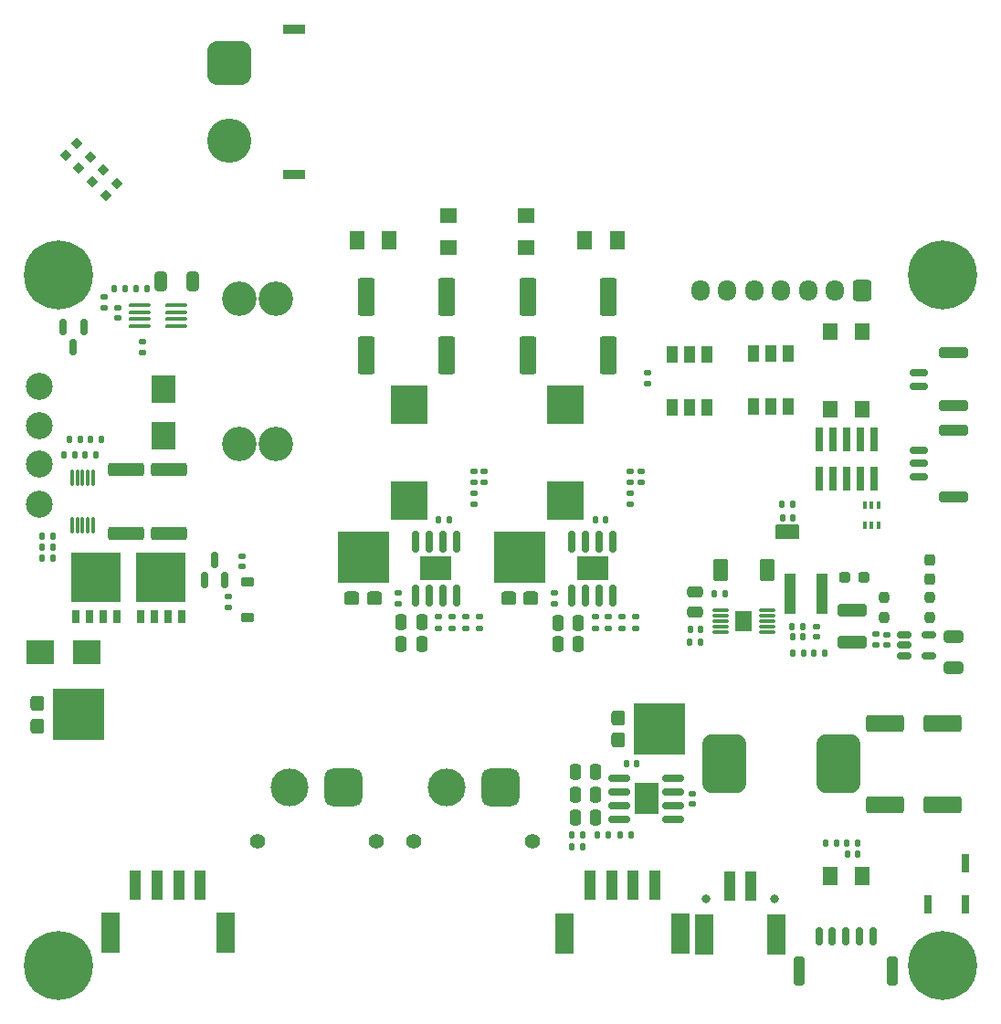
<source format=gbr>
%TF.GenerationSoftware,KiCad,Pcbnew,8.0.7*%
%TF.CreationDate,2025-04-05T22:12:11-04:00*%
%TF.ProjectId,power,706f7765-722e-46b6-9963-61645f706362,1.1*%
%TF.SameCoordinates,Original*%
%TF.FileFunction,Soldermask,Top*%
%TF.FilePolarity,Negative*%
%FSLAX46Y46*%
G04 Gerber Fmt 4.6, Leading zero omitted, Abs format (unit mm)*
G04 Created by KiCad (PCBNEW 8.0.7) date 2025-04-05 22:12:11*
%MOMM*%
%LPD*%
G01*
G04 APERTURE LIST*
G04 Aperture macros list*
%AMRoundRect*
0 Rectangle with rounded corners*
0 $1 Rounding radius*
0 $2 $3 $4 $5 $6 $7 $8 $9 X,Y pos of 4 corners*
0 Add a 4 corners polygon primitive as box body*
4,1,4,$2,$3,$4,$5,$6,$7,$8,$9,$2,$3,0*
0 Add four circle primitives for the rounded corners*
1,1,$1+$1,$2,$3*
1,1,$1+$1,$4,$5*
1,1,$1+$1,$6,$7*
1,1,$1+$1,$8,$9*
0 Add four rect primitives between the rounded corners*
20,1,$1+$1,$2,$3,$4,$5,0*
20,1,$1+$1,$4,$5,$6,$7,0*
20,1,$1+$1,$6,$7,$8,$9,0*
20,1,$1+$1,$8,$9,$2,$3,0*%
%AMRotRect*
0 Rectangle, with rotation*
0 The origin of the aperture is its center*
0 $1 length*
0 $2 width*
0 $3 Rotation angle, in degrees counterclockwise*
0 Add horizontal line*
21,1,$1,$2,0,0,$3*%
%AMFreePoly0*
4,1,6,1.037000,0.000000,0.437000,-0.600000,-0.150000,-0.600000,-0.150000,0.600000,0.437000,0.600000,1.037000,0.000000,1.037000,0.000000,$1*%
%AMFreePoly1*
4,1,6,0.150000,-0.600000,-1.037000,-0.600000,-0.437000,0.000000,-1.037000,0.600000,0.150000,0.600000,0.150000,-0.600000,0.150000,-0.600000,$1*%
G04 Aperture macros list end*
%ADD10C,0.160000*%
%ADD11R,0.650000X1.150000*%
%ADD12R,4.600000X4.650000*%
%ADD13R,1.000000X2.700000*%
%ADD14R,1.800000X3.800000*%
%ADD15RoundRect,0.150000X0.150000X-0.825000X0.150000X0.825000X-0.150000X0.825000X-0.150000X-0.825000X0*%
%ADD16R,3.000000X2.290000*%
%ADD17RoundRect,0.250000X0.550000X-1.500000X0.550000X1.500000X-0.550000X1.500000X-0.550000X-1.500000X0*%
%ADD18RoundRect,0.140000X-0.170000X0.140000X-0.170000X-0.140000X0.170000X-0.140000X0.170000X0.140000X0*%
%ADD19RoundRect,0.150000X0.700000X-0.150000X0.700000X0.150000X-0.700000X0.150000X-0.700000X-0.150000X0*%
%ADD20RoundRect,0.250000X1.100000X-0.250000X1.100000X0.250000X-1.100000X0.250000X-1.100000X-0.250000X0*%
%ADD21C,2.500000*%
%ADD22C,3.200000*%
%ADD23RoundRect,0.250000X-1.500000X-0.550000X1.500000X-0.550000X1.500000X0.550000X-1.500000X0.550000X0*%
%ADD24RoundRect,0.250000X0.450000X0.800000X-0.450000X0.800000X-0.450000X-0.800000X0.450000X-0.800000X0*%
%ADD25RoundRect,0.135000X0.185000X-0.135000X0.185000X0.135000X-0.185000X0.135000X-0.185000X-0.135000X0*%
%ADD26RoundRect,0.135000X0.135000X0.185000X-0.135000X0.185000X-0.135000X-0.185000X0.135000X-0.185000X0*%
%ADD27C,3.600000*%
%ADD28C,6.400000*%
%ADD29RoundRect,0.135000X-0.135000X-0.185000X0.135000X-0.185000X0.135000X0.185000X-0.135000X0.185000X0*%
%ADD30RoundRect,0.250000X-1.425000X0.362500X-1.425000X-0.362500X1.425000X-0.362500X1.425000X0.362500X0*%
%ADD31R,3.500000X3.550000*%
%ADD32RoundRect,0.250001X-0.462499X-0.624999X0.462499X-0.624999X0.462499X0.624999X-0.462499X0.624999X0*%
%ADD33RoundRect,0.250000X0.475000X-0.250000X0.475000X0.250000X-0.475000X0.250000X-0.475000X-0.250000X0*%
%ADD34RoundRect,0.140000X0.170000X-0.140000X0.170000X0.140000X-0.170000X0.140000X-0.170000X-0.140000X0*%
%ADD35RoundRect,0.100000X0.100000X-0.225000X0.100000X0.225000X-0.100000X0.225000X-0.100000X-0.225000X0*%
%ADD36R,0.800000X2.200000*%
%ADD37R,1.600000X1.400000*%
%ADD38RoundRect,0.237500X-0.237500X0.250000X-0.237500X-0.250000X0.237500X-0.250000X0.237500X0.250000X0*%
%ADD39RoundRect,0.075000X-0.650000X-0.075000X0.650000X-0.075000X0.650000X0.075000X-0.650000X0.075000X0*%
%ADD40R,1.570000X1.880000*%
%ADD41RoundRect,0.140000X-0.140000X-0.170000X0.140000X-0.170000X0.140000X0.170000X-0.140000X0.170000X0*%
%ADD42RoundRect,0.250000X0.250000X0.475000X-0.250000X0.475000X-0.250000X-0.475000X0.250000X-0.475000X0*%
%ADD43RoundRect,0.250000X0.600000X0.725000X-0.600000X0.725000X-0.600000X-0.725000X0.600000X-0.725000X0*%
%ADD44O,1.700000X1.950000*%
%ADD45RoundRect,0.317500X0.382500X0.317500X-0.382500X0.317500X-0.382500X-0.317500X0.382500X-0.317500X0*%
%ADD46R,4.800000X4.720000*%
%ADD47RoundRect,0.140000X0.140000X0.170000X-0.140000X0.170000X-0.140000X-0.170000X0.140000X-0.170000X0*%
%ADD48RoundRect,0.100000X0.900000X0.100000X-0.900000X0.100000X-0.900000X-0.100000X0.900000X-0.100000X0*%
%ADD49C,1.400000*%
%ADD50RoundRect,0.770000X0.980000X0.980000X-0.980000X0.980000X-0.980000X-0.980000X0.980000X-0.980000X0*%
%ADD51C,3.500000*%
%ADD52RoundRect,0.150000X-0.512500X-0.150000X0.512500X-0.150000X0.512500X0.150000X-0.512500X0.150000X0*%
%ADD53RoundRect,0.250001X0.462499X0.624999X-0.462499X0.624999X-0.462499X-0.624999X0.462499X-0.624999X0*%
%ADD54R,2.000000X0.900000*%
%ADD55RoundRect,1.025000X-1.025000X1.025000X-1.025000X-1.025000X1.025000X-1.025000X1.025000X1.025000X0*%
%ADD56C,4.100000*%
%ADD57R,1.100000X3.700000*%
%ADD58RoundRect,1.025000X-1.025000X-1.725000X1.025000X-1.725000X1.025000X1.725000X-1.025000X1.725000X0*%
%ADD59RoundRect,0.237500X0.237500X-0.287500X0.237500X0.287500X-0.237500X0.287500X-0.237500X-0.287500X0*%
%ADD60RoundRect,0.050000X-0.500000X0.750000X-0.500000X-0.750000X0.500000X-0.750000X0.500000X0.750000X0*%
%ADD61RoundRect,0.050000X0.500000X-0.750000X0.500000X0.750000X-0.500000X0.750000X-0.500000X-0.750000X0*%
%ADD62R,0.800000X1.800000*%
%ADD63RoundRect,0.225000X-0.375000X0.225000X-0.375000X-0.225000X0.375000X-0.225000X0.375000X0.225000X0*%
%ADD64RoundRect,0.237500X0.237500X-0.250000X0.237500X0.250000X-0.237500X0.250000X-0.237500X-0.250000X0*%
%ADD65RotRect,0.800000X0.800000X225.000000*%
%ADD66R,2.500000X2.300000*%
%ADD67FreePoly0,0.000000*%
%ADD68FreePoly1,0.000000*%
%ADD69RoundRect,0.150000X-0.150000X0.587500X-0.150000X-0.587500X0.150000X-0.587500X0.150000X0.587500X0*%
%ADD70RoundRect,0.150000X0.150000X-0.587500X0.150000X0.587500X-0.150000X0.587500X-0.150000X-0.587500X0*%
%ADD71R,2.300000X2.500000*%
%ADD72RoundRect,0.150000X-0.150000X-0.700000X0.150000X-0.700000X0.150000X0.700000X-0.150000X0.700000X0*%
%ADD73RoundRect,0.250000X-0.250000X-1.100000X0.250000X-1.100000X0.250000X1.100000X-0.250000X1.100000X0*%
%ADD74RoundRect,0.250000X0.325000X0.650000X-0.325000X0.650000X-0.325000X-0.650000X0.325000X-0.650000X0*%
%ADD75C,0.800000*%
%ADD76R,1.400000X1.600000*%
%ADD77RoundRect,0.250000X-1.100000X0.325000X-1.100000X-0.325000X1.100000X-0.325000X1.100000X0.325000X0*%
%ADD78RoundRect,0.135000X-0.185000X0.135000X-0.185000X-0.135000X0.185000X-0.135000X0.185000X0.135000X0*%
%ADD79RoundRect,0.150000X-0.825000X-0.150000X0.825000X-0.150000X0.825000X0.150000X-0.825000X0.150000X0*%
%ADD80R,2.290000X3.000000*%
%ADD81RoundRect,0.250000X-0.650000X0.325000X-0.650000X-0.325000X0.650000X-0.325000X0.650000X0.325000X0*%
%ADD82RoundRect,0.237500X-0.287500X-0.237500X0.287500X-0.237500X0.287500X0.237500X-0.287500X0.237500X0*%
%ADD83RoundRect,0.317500X0.317500X-0.382500X0.317500X0.382500X-0.317500X0.382500X-0.317500X-0.382500X0*%
%ADD84R,4.720000X4.800000*%
%ADD85RoundRect,0.075000X-0.075000X0.650000X-0.075000X-0.650000X0.075000X-0.650000X0.075000X0.650000X0*%
G04 APERTURE END LIST*
D10*
%TO.C,JP1*%
X164550000Y-102457949D02*
X162550000Y-102457949D01*
X162550000Y-101257949D01*
X164550000Y-101257949D01*
X164550000Y-102457949D01*
G36*
X164550000Y-102457949D02*
G01*
X162550000Y-102457949D01*
X162550000Y-101257949D01*
X164550000Y-101257949D01*
X164550000Y-102457949D01*
G37*
%TD*%
D11*
%TO.C,Q4*%
X97595000Y-109725000D03*
X98865000Y-109725000D03*
X100135000Y-109725000D03*
X101405000Y-109725000D03*
D12*
X99500000Y-106025000D03*
%TD*%
D13*
%TO.C,J4*%
X145300000Y-134600000D03*
X147300000Y-134600000D03*
X149300000Y-134600000D03*
X151300000Y-134600000D03*
D14*
X153650000Y-139050000D03*
X142950000Y-139050000D03*
%TD*%
D15*
%TO.C,U8*%
X129095001Y-107725000D03*
X130365001Y-107725000D03*
X131635001Y-107725000D03*
X132905001Y-107725000D03*
X132905001Y-102775000D03*
X131635001Y-102775000D03*
X130365001Y-102775000D03*
X129095001Y-102775000D03*
D16*
X131000001Y-105250000D03*
%TD*%
D17*
%TO.C,C36*%
X132000000Y-85450000D03*
X132000000Y-80050000D03*
%TD*%
D18*
%TO.C,C38*%
X172800000Y-111370000D03*
X172800000Y-112330000D03*
%TD*%
D19*
%TO.C,SW2*%
X175750000Y-88325000D03*
X175750000Y-87075000D03*
D20*
X178950000Y-90175000D03*
X178950000Y-85225000D03*
%TD*%
D21*
%TO.C,TP3*%
X94249999Y-95600000D03*
%TD*%
D22*
%TO.C,F6*%
X116200000Y-80265000D03*
X112800000Y-80265000D03*
X116200000Y-93735000D03*
X112800000Y-93735000D03*
%TD*%
D23*
%TO.C,C25*%
X172600000Y-127100000D03*
X178000000Y-127100000D03*
%TD*%
D15*
%TO.C,U7*%
X143595000Y-107725000D03*
X144865000Y-107725000D03*
X146135000Y-107725000D03*
X147405000Y-107725000D03*
X147405000Y-102775000D03*
X146135000Y-102775000D03*
X144865000Y-102775000D03*
X143595000Y-102775000D03*
D16*
X145500000Y-105250000D03*
%TD*%
D24*
%TO.C,D18*%
X161750000Y-105350000D03*
X157350000Y-105350000D03*
%TD*%
D25*
%TO.C,R20*%
X103800000Y-85210000D03*
X103800000Y-84190000D03*
%TD*%
D26*
%TO.C,R13*%
X97510000Y-94750000D03*
X96490000Y-94750000D03*
%TD*%
%TO.C,R38*%
X155560000Y-112100000D03*
X154540000Y-112100000D03*
%TD*%
D27*
%TO.C,H3*%
X178000000Y-142000000D03*
D28*
X178000000Y-142000000D03*
%TD*%
D29*
%TO.C,R73*%
X145990000Y-129900000D03*
X147010000Y-129900000D03*
%TD*%
D30*
%TO.C,R14*%
X106250000Y-96037500D03*
X106250000Y-101962500D03*
%TD*%
D31*
%TO.C,L2*%
X143000000Y-98975000D03*
X143000000Y-90025000D03*
%TD*%
D32*
%TO.C,F2*%
X144812500Y-74800000D03*
X147787500Y-74800000D03*
%TD*%
D33*
%TO.C,C37*%
X155050000Y-109300000D03*
X155050000Y-107400000D03*
%TD*%
D27*
%TO.C,H1*%
X96000000Y-78000000D03*
D28*
X96000000Y-78000000D03*
%TD*%
D34*
%TO.C,C31*%
X154800000Y-127080000D03*
X154800000Y-126120000D03*
%TD*%
D35*
%TO.C,D9*%
X170750000Y-101250000D03*
X171400000Y-101250000D03*
X172050000Y-101250000D03*
X172050000Y-99350000D03*
X171400000Y-99350000D03*
X170750000Y-99350000D03*
%TD*%
D11*
%TO.C,Q5*%
X103595000Y-109725000D03*
X104865000Y-109725000D03*
X106135000Y-109725000D03*
X107405000Y-109725000D03*
D12*
X105500000Y-106025000D03*
%TD*%
D25*
%TO.C,R27*%
X132500000Y-110760000D03*
X132500000Y-109740000D03*
%TD*%
D18*
%TO.C,C40*%
X166290000Y-110620000D03*
X166290000Y-111580000D03*
%TD*%
D34*
%TO.C,C29*%
X150000000Y-97230000D03*
X150000000Y-96270000D03*
%TD*%
D23*
%TO.C,C22*%
X172600000Y-119600000D03*
X178000000Y-119600000D03*
%TD*%
D36*
%TO.C,J1*%
X171600000Y-93260000D03*
X171600000Y-96900000D03*
X170330000Y-93260000D03*
X170330000Y-96900000D03*
X169060000Y-93260000D03*
X169060000Y-96900000D03*
X167790000Y-93260000D03*
X167790000Y-96900000D03*
X166520000Y-93260000D03*
X166520000Y-96900000D03*
%TD*%
D37*
%TO.C,SW3*%
X139350000Y-75500000D03*
X132150000Y-75500000D03*
X139350000Y-72500000D03*
X132150000Y-72500000D03*
%TD*%
D25*
%TO.C,R35*%
X134500000Y-97260000D03*
X134500000Y-96240000D03*
%TD*%
D38*
%TO.C,JP3*%
X172550000Y-107937500D03*
X172550000Y-109762500D03*
%TD*%
D39*
%TO.C,U10*%
X157400000Y-109100000D03*
X157400000Y-109600000D03*
X157400000Y-110100000D03*
X157400000Y-110600000D03*
X157400000Y-111100000D03*
X161700000Y-111100000D03*
X161700000Y-110600000D03*
X161700000Y-110100000D03*
X161700000Y-109600000D03*
X161700000Y-109100000D03*
D40*
X159550000Y-110100000D03*
%TD*%
D17*
%TO.C,C32*%
X139500000Y-85450000D03*
X139500000Y-80050000D03*
%TD*%
D34*
%TO.C,C27*%
X127499999Y-108480000D03*
X127499999Y-107520000D03*
%TD*%
D41*
%TO.C,C39*%
X164060000Y-111600000D03*
X165020000Y-111600000D03*
%TD*%
D42*
%TO.C,C17*%
X129700000Y-112250000D03*
X127800000Y-112250000D03*
%TD*%
%TO.C,C16*%
X144200001Y-112250000D03*
X142300001Y-112250000D03*
%TD*%
D43*
%TO.C,J8*%
X170500000Y-79450000D03*
D44*
X168000000Y-79450000D03*
X165500000Y-79450000D03*
X163000000Y-79450000D03*
X160500000Y-79450000D03*
X158000000Y-79450000D03*
X155500000Y-79450000D03*
%TD*%
D45*
%TO.C,D15*%
X139790000Y-108000000D03*
X137710000Y-108000000D03*
D46*
X138750000Y-104195000D03*
%TD*%
D25*
%TO.C,R36*%
X134500000Y-99260000D03*
X134500000Y-98240000D03*
%TD*%
D29*
%TO.C,R1*%
X163090000Y-99300000D03*
X164110000Y-99300000D03*
%TD*%
D47*
%TO.C,C24*%
X132230001Y-100750000D03*
X131270001Y-100750000D03*
%TD*%
D25*
%TO.C,R24*%
X145750000Y-110760000D03*
X145750000Y-109740000D03*
%TD*%
D48*
%TO.C,U5*%
X106936284Y-82770000D03*
X106936284Y-82130000D03*
X106936284Y-81470000D03*
X106936284Y-80830000D03*
X103516284Y-80830000D03*
X103516284Y-81470000D03*
X103516284Y-82130000D03*
X103516284Y-82770000D03*
%TD*%
D26*
%TO.C,R11*%
X98010000Y-93250000D03*
X96990000Y-93250000D03*
%TD*%
D49*
%TO.C,J5*%
X125449999Y-130550000D03*
X114449999Y-130550000D03*
D50*
X122449999Y-125550000D03*
D51*
X117449999Y-125550000D03*
%TD*%
D52*
%TO.C,U9*%
X174412500Y-111400000D03*
X174412500Y-112350000D03*
X174412500Y-113300000D03*
X176687500Y-113300000D03*
X176687500Y-111400000D03*
%TD*%
D53*
%TO.C,F1*%
X170537500Y-133750000D03*
X167562500Y-133750000D03*
%TD*%
D25*
%TO.C,R25*%
X146999999Y-110760000D03*
X146999999Y-109740000D03*
%TD*%
D54*
%TO.C,J7*%
X117850000Y-55250000D03*
X117850000Y-68750000D03*
D55*
X111850000Y-58400000D03*
D56*
X111850000Y-65600000D03*
%TD*%
D25*
%TO.C,R31*%
X133750000Y-110760000D03*
X133750000Y-109740000D03*
%TD*%
D41*
%TO.C,C28*%
X169120000Y-131700000D03*
X170080000Y-131700000D03*
%TD*%
D47*
%TO.C,C12*%
X95480000Y-102250000D03*
X94520000Y-102250000D03*
%TD*%
D57*
%TO.C,L4*%
X163800000Y-107600000D03*
X166800000Y-107600000D03*
%TD*%
D58*
%TO.C,L5*%
X157700000Y-123300000D03*
X168300000Y-123300000D03*
%TD*%
D34*
%TO.C,C26*%
X142000000Y-108480000D03*
X142000000Y-107520000D03*
%TD*%
D59*
%TO.C,F4*%
X176800000Y-106225000D03*
X176800000Y-104475000D03*
%TD*%
D60*
%TO.C,U1*%
X152900000Y-90300000D03*
X154500000Y-90300000D03*
X156100000Y-90300000D03*
D61*
X156100000Y-85400000D03*
X154500000Y-85400000D03*
X152900000Y-85400000D03*
%TD*%
D26*
%TO.C,R10*%
X100010000Y-93250001D03*
X98990000Y-93250001D03*
%TD*%
D29*
%TO.C,R54*%
X143590000Y-129910000D03*
X144610000Y-129910000D03*
%TD*%
D42*
%TO.C,C18*%
X145800001Y-126200000D03*
X143900001Y-126200000D03*
%TD*%
D26*
%TO.C,R12*%
X99510000Y-94750000D03*
X98490000Y-94750000D03*
%TD*%
D19*
%TO.C,J2*%
X175750000Y-96750000D03*
X175750000Y-95500000D03*
X175750000Y-94250000D03*
D20*
X178950000Y-98600000D03*
X178950000Y-92400000D03*
%TD*%
D41*
%TO.C,C21*%
X148670000Y-123300000D03*
X149630000Y-123300000D03*
%TD*%
D29*
%TO.C,R72*%
X169090000Y-130700000D03*
X170110000Y-130700000D03*
%TD*%
%TO.C,R55*%
X143590000Y-131050000D03*
X144610000Y-131050000D03*
%TD*%
D34*
%TO.C,C14*%
X113000001Y-105080000D03*
X113000001Y-104120000D03*
%TD*%
D29*
%TO.C,R75*%
X167090000Y-130700000D03*
X168110000Y-130700000D03*
%TD*%
D62*
%TO.C,BZ1*%
X176600000Y-136350000D03*
X180100000Y-136350000D03*
X180100000Y-132550000D03*
%TD*%
D63*
%TO.C,D13*%
X113500000Y-106450000D03*
X113500000Y-109750000D03*
%TD*%
D29*
%TO.C,R37*%
X164030001Y-110600000D03*
X165050001Y-110600000D03*
%TD*%
D25*
%TO.C,R26*%
X131250000Y-110760000D03*
X131250000Y-109740000D03*
%TD*%
D41*
%TO.C,C43*%
X156820000Y-107600000D03*
X157780000Y-107600000D03*
%TD*%
D17*
%TO.C,C35*%
X147000000Y-85450000D03*
X147000000Y-80050000D03*
%TD*%
D64*
%TO.C,JP2*%
X176800000Y-109762500D03*
X176800000Y-107937500D03*
%TD*%
D65*
%TO.C,D5*%
X100369670Y-70630330D03*
X101430330Y-69569670D03*
%TD*%
D45*
%TO.C,D16*%
X125290000Y-108015000D03*
X123210000Y-108015000D03*
D46*
X124250000Y-104210000D03*
%TD*%
D26*
%TO.C,R16*%
X102221284Y-79300000D03*
X101201284Y-79300000D03*
%TD*%
D53*
%TO.C,F3*%
X126675000Y-74800000D03*
X123700000Y-74800000D03*
%TD*%
D18*
%TO.C,C10*%
X101476284Y-81070000D03*
X101476284Y-82030000D03*
%TD*%
D34*
%TO.C,C30*%
X135500000Y-97230000D03*
X135500000Y-96270000D03*
%TD*%
D25*
%TO.C,R34*%
X149000000Y-99260000D03*
X149000000Y-98240000D03*
%TD*%
D49*
%TO.C,J3*%
X139950000Y-130550000D03*
X128950000Y-130550000D03*
D50*
X136950000Y-125550000D03*
D51*
X131950000Y-125550000D03*
%TD*%
D47*
%TO.C,C23*%
X146710000Y-100749999D03*
X145750000Y-100749999D03*
%TD*%
D66*
%TO.C,D12*%
X94350000Y-113000000D03*
X98650000Y-113000000D03*
%TD*%
D67*
%TO.C,JP1*%
X162700000Y-101857949D03*
D68*
X164400000Y-101857949D03*
%TD*%
D69*
%TO.C,Q3*%
X98350000Y-82862500D03*
X96450000Y-82862500D03*
X97400000Y-84737500D03*
%TD*%
D70*
%TO.C,Q6*%
X109550000Y-106287500D03*
X111450000Y-106287500D03*
X110500000Y-104412500D03*
%TD*%
D71*
%TO.C,D10*%
X105750000Y-88600000D03*
X105750000Y-92900000D03*
%TD*%
D25*
%TO.C,R9*%
X100226284Y-81060000D03*
X100226284Y-80040000D03*
%TD*%
D27*
%TO.C,H4*%
X178000000Y-78000000D03*
D28*
X178000000Y-78000000D03*
%TD*%
D42*
%TO.C,C19*%
X144200000Y-110250000D03*
X142300000Y-110250000D03*
%TD*%
D65*
%TO.C,D2*%
X97894796Y-68155456D03*
X98955456Y-67094796D03*
%TD*%
D29*
%TO.C,R17*%
X94490000Y-104250000D03*
X95510000Y-104250000D03*
%TD*%
D25*
%TO.C,R21*%
X111750001Y-108860000D03*
X111750001Y-107840000D03*
%TD*%
D26*
%TO.C,R74*%
X149110000Y-129900000D03*
X148090000Y-129900000D03*
%TD*%
D25*
%TO.C,R33*%
X149000000Y-97259999D03*
X149000000Y-96239999D03*
%TD*%
D26*
%TO.C,R39*%
X167060000Y-113100000D03*
X166040000Y-113100000D03*
%TD*%
D72*
%TO.C,J6*%
X166500000Y-139350000D03*
X167750000Y-139350000D03*
X169000000Y-139350000D03*
X170250000Y-139350000D03*
X171500000Y-139350000D03*
D73*
X164650000Y-142550000D03*
X173350000Y-142550000D03*
%TD*%
D21*
%TO.C,TP4*%
X94250000Y-99250000D03*
%TD*%
D25*
%TO.C,R30*%
X135000000Y-110760000D03*
X135000000Y-109740000D03*
%TD*%
D74*
%TO.C,C13*%
X108475000Y-78600000D03*
X105525000Y-78600000D03*
%TD*%
D27*
%TO.C,H2*%
X96000000Y-142000000D03*
D28*
X96000000Y-142000000D03*
%TD*%
D75*
%TO.C,J10*%
X162400000Y-135900000D03*
X156000000Y-135900000D03*
D13*
X158200000Y-134700000D03*
X160200000Y-134700000D03*
D14*
X162550000Y-139150000D03*
X155850000Y-139150000D03*
%TD*%
D76*
%TO.C,SW1*%
X167550000Y-90500000D03*
X167550000Y-83300000D03*
X170550000Y-90500000D03*
X170550000Y-83300000D03*
%TD*%
D77*
%TO.C,C44*%
X169550000Y-109124999D03*
X169550000Y-112074999D03*
%TD*%
D26*
%TO.C,R18*%
X95510000Y-103250000D03*
X94490000Y-103250000D03*
%TD*%
D42*
%TO.C,C15*%
X145800001Y-128289999D03*
X143900001Y-128289999D03*
%TD*%
D47*
%TO.C,C41*%
X155530000Y-110850000D03*
X154570000Y-110850000D03*
%TD*%
D78*
%TO.C,R23*%
X171800000Y-111340000D03*
X171800000Y-112360000D03*
%TD*%
D65*
%TO.C,D4*%
X99132233Y-69392893D03*
X100192893Y-68332233D03*
%TD*%
D41*
%TO.C,C11*%
X103231284Y-79300000D03*
X104191284Y-79300000D03*
%TD*%
D26*
%TO.C,R40*%
X165060000Y-113100000D03*
X164040000Y-113100000D03*
%TD*%
D79*
%TO.C,U6*%
X148025000Y-124645000D03*
X148025000Y-125915000D03*
X148025000Y-127185000D03*
X148025000Y-128455000D03*
X152975000Y-128455000D03*
X152975000Y-127185000D03*
X152975000Y-125915000D03*
X152975000Y-124645000D03*
D80*
X150500000Y-126550000D03*
%TD*%
D21*
%TO.C,TP2*%
X94250000Y-92000000D03*
%TD*%
D47*
%TO.C,C5*%
X164080000Y-100550000D03*
X163120000Y-100550000D03*
%TD*%
D81*
%TO.C,C42*%
X179000000Y-111525000D03*
X179000000Y-114475000D03*
%TD*%
D17*
%TO.C,C33*%
X124499999Y-85450000D03*
X124499999Y-80050000D03*
%TD*%
D21*
%TO.C,TP1*%
X94250000Y-88400000D03*
%TD*%
D31*
%TO.C,L3*%
X128500000Y-98975000D03*
X128500000Y-90025000D03*
%TD*%
D65*
%TO.C,D3*%
X96657359Y-66918019D03*
X97718019Y-65857359D03*
%TD*%
D34*
%TO.C,C6*%
X150650000Y-88080000D03*
X150650000Y-87120000D03*
%TD*%
D30*
%TO.C,R15*%
X102250000Y-96037500D03*
X102250000Y-101962500D03*
%TD*%
D42*
%TO.C,C20*%
X129700000Y-110230000D03*
X127800000Y-110230000D03*
%TD*%
D82*
%TO.C,F5*%
X168925000Y-106100000D03*
X170675000Y-106100000D03*
%TD*%
D83*
%TO.C,D1*%
X147935000Y-121140000D03*
X147935000Y-119060000D03*
D84*
X151740000Y-120100000D03*
%TD*%
D60*
%TO.C,U2*%
X160450000Y-90250000D03*
X162050000Y-90250000D03*
X163650000Y-90250000D03*
D61*
X163650000Y-85350000D03*
X162050000Y-85350000D03*
X160450000Y-85350000D03*
%TD*%
D13*
%TO.C,J9*%
X103150000Y-134550000D03*
X105150000Y-134550000D03*
X107150000Y-134550000D03*
X109150000Y-134550000D03*
D14*
X111500000Y-139000000D03*
X100800000Y-139000000D03*
%TD*%
D83*
%TO.C,D11*%
X94095000Y-119840000D03*
X94095000Y-117760000D03*
D84*
X97900000Y-118800000D03*
%TD*%
D85*
%TO.C,U4*%
X99250000Y-96800000D03*
X98750000Y-96800000D03*
X98250000Y-96800000D03*
X97750000Y-96800000D03*
X97250000Y-96800000D03*
X97250000Y-101200000D03*
X97750000Y-101200000D03*
X98250000Y-101200000D03*
X98750000Y-101200000D03*
X99250000Y-101200000D03*
%TD*%
D25*
%TO.C,R32*%
X148250000Y-110760000D03*
X148250000Y-109740000D03*
%TD*%
D42*
%TO.C,C34*%
X145800001Y-124100000D03*
X143900001Y-124100000D03*
%TD*%
D25*
%TO.C,R29*%
X149550000Y-110760000D03*
X149550000Y-109740000D03*
%TD*%
M02*

</source>
